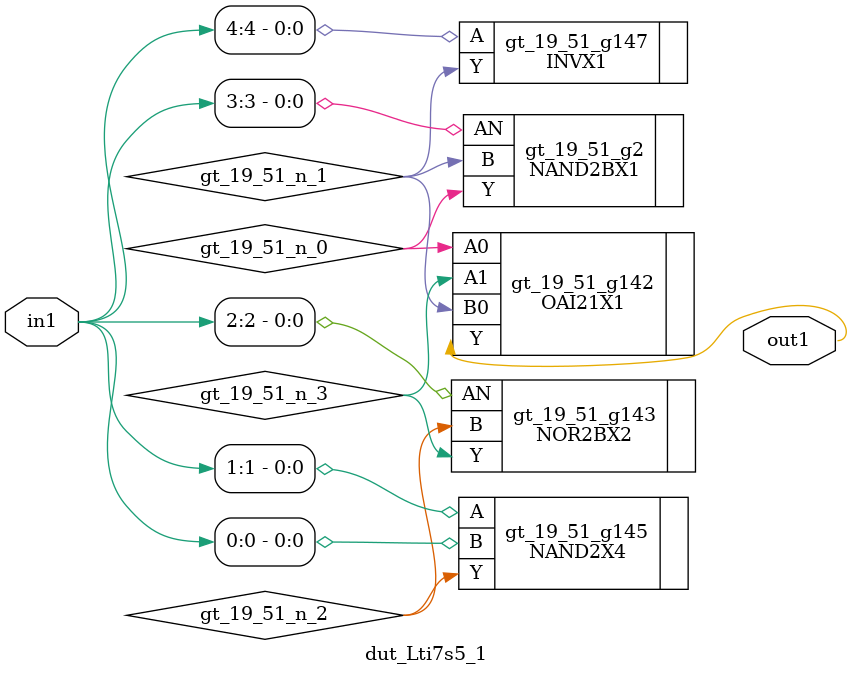
<source format=v>
`timescale 1ps / 1ps


module dut_Lti7s5_1(in1, out1);
  input [4:0] in1;
  output out1;
  wire [4:0] in1;
  wire out1;
  wire gt_19_51_n_0, gt_19_51_n_1, gt_19_51_n_2, gt_19_51_n_3;
  OAI21X1 gt_19_51_g142(.A0 (gt_19_51_n_0), .A1 (gt_19_51_n_3), .B0
       (gt_19_51_n_1), .Y (out1));
  NOR2BX2 gt_19_51_g143(.AN (in1[2]), .B (gt_19_51_n_2), .Y
       (gt_19_51_n_3));
  NAND2X4 gt_19_51_g145(.A (in1[1]), .B (in1[0]), .Y (gt_19_51_n_2));
  INVX1 gt_19_51_g147(.A (in1[4]), .Y (gt_19_51_n_1));
  NAND2BX1 gt_19_51_g2(.AN (in1[3]), .B (gt_19_51_n_1), .Y
       (gt_19_51_n_0));
endmodule


</source>
